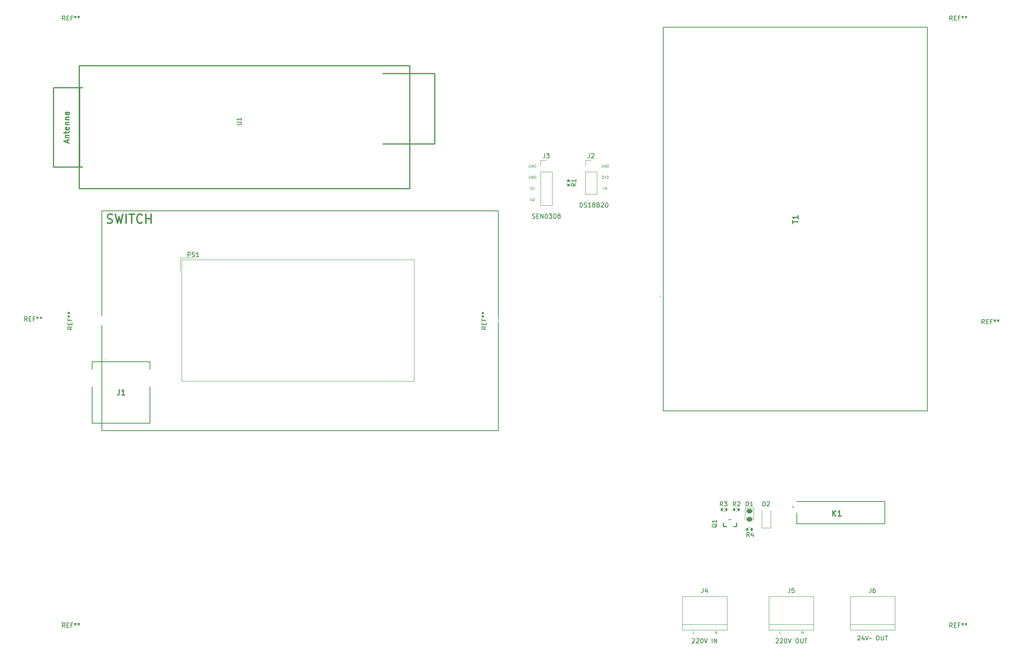
<source format=gbr>
%TF.GenerationSoftware,KiCad,Pcbnew,(6.0.0-0)*%
%TF.CreationDate,2022-12-02T08:06:54+01:00*%
%TF.ProjectId,prototype-2,70726f74-6f74-4797-9065-2d322e6b6963,rev?*%
%TF.SameCoordinates,Original*%
%TF.FileFunction,Legend,Top*%
%TF.FilePolarity,Positive*%
%FSLAX46Y46*%
G04 Gerber Fmt 4.6, Leading zero omitted, Abs format (unit mm)*
G04 Created by KiCad (PCBNEW (6.0.0-0)) date 2022-12-02 08:06:54*
%MOMM*%
%LPD*%
G01*
G04 APERTURE LIST*
G04 Aperture macros list*
%AMRoundRect*
0 Rectangle with rounded corners*
0 $1 Rounding radius*
0 $2 $3 $4 $5 $6 $7 $8 $9 X,Y pos of 4 corners*
0 Add a 4 corners polygon primitive as box body*
4,1,4,$2,$3,$4,$5,$6,$7,$8,$9,$2,$3,0*
0 Add four circle primitives for the rounded corners*
1,1,$1+$1,$2,$3*
1,1,$1+$1,$4,$5*
1,1,$1+$1,$6,$7*
1,1,$1+$1,$8,$9*
0 Add four rect primitives between the rounded corners*
20,1,$1+$1,$2,$3,$4,$5,0*
20,1,$1+$1,$4,$5,$6,$7,0*
20,1,$1+$1,$6,$7,$8,$9,0*
20,1,$1+$1,$8,$9,$2,$3,0*%
G04 Aperture macros list end*
%ADD10C,0.150000*%
%ADD11C,0.125000*%
%ADD12C,0.300000*%
%ADD13C,0.254000*%
%ADD14C,0.120000*%
%ADD15C,0.200000*%
%ADD16C,0.100000*%
%ADD17C,0.254001*%
%ADD18C,0.059995*%
%ADD19R,3.000000X3.000000*%
%ADD20C,3.000000*%
%ADD21R,2.400000X2.400000*%
%ADD22C,2.400000*%
%ADD23C,0.900000*%
%ADD24C,8.600000*%
%ADD25RoundRect,0.135000X-0.135000X-0.185000X0.135000X-0.185000X0.135000X0.185000X-0.135000X0.185000X0*%
%ADD26R,1.778000X1.778000*%
%ADD27C,1.778000*%
%ADD28R,1.700000X1.700000*%
%ADD29O,1.700000X1.700000*%
%ADD30R,1.431000X1.431000*%
%ADD31C,1.431000*%
%ADD32C,3.450000*%
%ADD33R,0.700000X1.250013*%
%ADD34C,6.600000*%
%ADD35C,4.300000*%
%ADD36RoundRect,0.135000X-0.185000X0.135000X-0.185000X-0.135000X0.185000X-0.135000X0.185000X0.135000X0*%
%ADD37RoundRect,0.243750X-0.456250X0.243750X-0.456250X-0.243750X0.456250X-0.243750X0.456250X0.243750X0*%
%ADD38RoundRect,0.135000X0.135000X0.185000X-0.135000X0.185000X-0.135000X-0.185000X0.135000X-0.185000X0*%
%ADD39R,1.200000X0.900000*%
%ADD40C,1.650000*%
G04 APERTURE END LIST*
D10*
X51520000Y-109690000D02*
X141520000Y-109690000D01*
X141520000Y-109690000D02*
X141520000Y-59690000D01*
X141520000Y-59690000D02*
X51520000Y-59690000D01*
X51520000Y-59690000D02*
X51520000Y-109690000D01*
D11*
X210385491Y-155836428D02*
X210385491Y-155236428D01*
X210728348Y-155836428D01*
X210728348Y-155236428D01*
D10*
X204540729Y-157017619D02*
X204588348Y-156970000D01*
X204683586Y-156922380D01*
X204921681Y-156922380D01*
X205016920Y-156970000D01*
X205064539Y-157017619D01*
X205112158Y-157112857D01*
X205112158Y-157208095D01*
X205064539Y-157350952D01*
X204493110Y-157922380D01*
X205112158Y-157922380D01*
X205493110Y-157017619D02*
X205540729Y-156970000D01*
X205635967Y-156922380D01*
X205874062Y-156922380D01*
X205969300Y-156970000D01*
X206016920Y-157017619D01*
X206064539Y-157112857D01*
X206064539Y-157208095D01*
X206016920Y-157350952D01*
X205445491Y-157922380D01*
X206064539Y-157922380D01*
X206683586Y-156922380D02*
X206778824Y-156922380D01*
X206874062Y-156970000D01*
X206921681Y-157017619D01*
X206969300Y-157112857D01*
X207016920Y-157303333D01*
X207016920Y-157541428D01*
X206969300Y-157731904D01*
X206921681Y-157827142D01*
X206874062Y-157874761D01*
X206778824Y-157922380D01*
X206683586Y-157922380D01*
X206588348Y-157874761D01*
X206540729Y-157827142D01*
X206493110Y-157731904D01*
X206445491Y-157541428D01*
X206445491Y-157303333D01*
X206493110Y-157112857D01*
X206540729Y-157017619D01*
X206588348Y-156970000D01*
X206683586Y-156922380D01*
X207302634Y-156922380D02*
X207635967Y-157922380D01*
X207969300Y-156922380D01*
X209255015Y-156922380D02*
X209445491Y-156922380D01*
X209540729Y-156970000D01*
X209635967Y-157065238D01*
X209683586Y-157255714D01*
X209683586Y-157589047D01*
X209635967Y-157779523D01*
X209540729Y-157874761D01*
X209445491Y-157922380D01*
X209255015Y-157922380D01*
X209159777Y-157874761D01*
X209064539Y-157779523D01*
X209016920Y-157589047D01*
X209016920Y-157255714D01*
X209064539Y-157065238D01*
X209159777Y-156970000D01*
X209255015Y-156922380D01*
X210112158Y-156922380D02*
X210112158Y-157731904D01*
X210159777Y-157827142D01*
X210207396Y-157874761D01*
X210302634Y-157922380D01*
X210493110Y-157922380D01*
X210588348Y-157874761D01*
X210635967Y-157827142D01*
X210683586Y-157731904D01*
X210683586Y-156922380D01*
X211016920Y-156922380D02*
X211588348Y-156922380D01*
X211302634Y-157922380D02*
X211302634Y-156922380D01*
X223074777Y-156382619D02*
X223122396Y-156335000D01*
X223217634Y-156287380D01*
X223455729Y-156287380D01*
X223550967Y-156335000D01*
X223598586Y-156382619D01*
X223646205Y-156477857D01*
X223646205Y-156573095D01*
X223598586Y-156715952D01*
X223027158Y-157287380D01*
X223646205Y-157287380D01*
X224503348Y-156620714D02*
X224503348Y-157287380D01*
X224265253Y-156239761D02*
X224027158Y-156954047D01*
X224646205Y-156954047D01*
X224884300Y-156287380D02*
X225217634Y-157287380D01*
X225550967Y-156287380D01*
X225741443Y-156906428D02*
X225789062Y-156858809D01*
X225884300Y-156811190D01*
X226074777Y-156906428D01*
X226170015Y-156858809D01*
X226217634Y-156811190D01*
X227550967Y-156287380D02*
X227741443Y-156287380D01*
X227836681Y-156335000D01*
X227931920Y-156430238D01*
X227979539Y-156620714D01*
X227979539Y-156954047D01*
X227931920Y-157144523D01*
X227836681Y-157239761D01*
X227741443Y-157287380D01*
X227550967Y-157287380D01*
X227455729Y-157239761D01*
X227360491Y-157144523D01*
X227312872Y-156954047D01*
X227312872Y-156620714D01*
X227360491Y-156430238D01*
X227455729Y-156335000D01*
X227550967Y-156287380D01*
X228408110Y-156287380D02*
X228408110Y-157096904D01*
X228455729Y-157192142D01*
X228503348Y-157239761D01*
X228598586Y-157287380D01*
X228789062Y-157287380D01*
X228884300Y-157239761D01*
X228931920Y-157192142D01*
X228979539Y-157096904D01*
X228979539Y-156287380D01*
X229312872Y-156287380D02*
X229884300Y-156287380D01*
X229598586Y-157287380D02*
X229598586Y-156287380D01*
D11*
X149110714Y-54311428D02*
X148825000Y-54311428D01*
X148796428Y-54597142D01*
X148825000Y-54568571D01*
X148882142Y-54540000D01*
X149025000Y-54540000D01*
X149082142Y-54568571D01*
X149110714Y-54597142D01*
X149139285Y-54654285D01*
X149139285Y-54797142D01*
X149110714Y-54854285D01*
X149082142Y-54882857D01*
X149025000Y-54911428D01*
X148882142Y-54911428D01*
X148825000Y-54882857D01*
X148796428Y-54854285D01*
X149310714Y-54311428D02*
X149510714Y-54911428D01*
X149710714Y-54311428D01*
X165277857Y-49230000D02*
X165220714Y-49201428D01*
X165135000Y-49201428D01*
X165049285Y-49230000D01*
X164992142Y-49287142D01*
X164963571Y-49344285D01*
X164935000Y-49458571D01*
X164935000Y-49544285D01*
X164963571Y-49658571D01*
X164992142Y-49715714D01*
X165049285Y-49772857D01*
X165135000Y-49801428D01*
X165192142Y-49801428D01*
X165277857Y-49772857D01*
X165306428Y-49744285D01*
X165306428Y-49544285D01*
X165192142Y-49544285D01*
X165563571Y-49801428D02*
X165563571Y-49201428D01*
X165906428Y-49801428D01*
X165906428Y-49201428D01*
X166192142Y-49801428D02*
X166192142Y-49201428D01*
X166335000Y-49201428D01*
X166420714Y-49230000D01*
X166477857Y-49287142D01*
X166506428Y-49344285D01*
X166535000Y-49458571D01*
X166535000Y-49544285D01*
X166506428Y-49658571D01*
X166477857Y-49715714D01*
X166420714Y-49772857D01*
X166335000Y-49801428D01*
X166192142Y-49801428D01*
D12*
X52785000Y-62404523D02*
X53070714Y-62499761D01*
X53546904Y-62499761D01*
X53737380Y-62404523D01*
X53832619Y-62309285D01*
X53927857Y-62118809D01*
X53927857Y-61928333D01*
X53832619Y-61737857D01*
X53737380Y-61642619D01*
X53546904Y-61547380D01*
X53165952Y-61452142D01*
X52975476Y-61356904D01*
X52880238Y-61261666D01*
X52785000Y-61071190D01*
X52785000Y-60880714D01*
X52880238Y-60690238D01*
X52975476Y-60595000D01*
X53165952Y-60499761D01*
X53642142Y-60499761D01*
X53927857Y-60595000D01*
X54594523Y-60499761D02*
X55070714Y-62499761D01*
X55451666Y-61071190D01*
X55832619Y-62499761D01*
X56308809Y-60499761D01*
X57070714Y-62499761D02*
X57070714Y-60499761D01*
X57737380Y-60499761D02*
X58880238Y-60499761D01*
X58308809Y-62499761D02*
X58308809Y-60499761D01*
X60689761Y-62309285D02*
X60594523Y-62404523D01*
X60308809Y-62499761D01*
X60118333Y-62499761D01*
X59832619Y-62404523D01*
X59642142Y-62214047D01*
X59546904Y-62023571D01*
X59451666Y-61642619D01*
X59451666Y-61356904D01*
X59546904Y-60975952D01*
X59642142Y-60785476D01*
X59832619Y-60595000D01*
X60118333Y-60499761D01*
X60308809Y-60499761D01*
X60594523Y-60595000D01*
X60689761Y-60690238D01*
X61546904Y-62499761D02*
X61546904Y-60499761D01*
X61546904Y-61452142D02*
X62689761Y-61452142D01*
X62689761Y-62499761D02*
X62689761Y-60499761D01*
D11*
X148767857Y-49230000D02*
X148710714Y-49201428D01*
X148625000Y-49201428D01*
X148539285Y-49230000D01*
X148482142Y-49287142D01*
X148453571Y-49344285D01*
X148425000Y-49458571D01*
X148425000Y-49544285D01*
X148453571Y-49658571D01*
X148482142Y-49715714D01*
X148539285Y-49772857D01*
X148625000Y-49801428D01*
X148682142Y-49801428D01*
X148767857Y-49772857D01*
X148796428Y-49744285D01*
X148796428Y-49544285D01*
X148682142Y-49544285D01*
X149053571Y-49801428D02*
X149053571Y-49201428D01*
X149396428Y-49801428D01*
X149396428Y-49201428D01*
X149682142Y-49801428D02*
X149682142Y-49201428D01*
X149825000Y-49201428D01*
X149910714Y-49230000D01*
X149967857Y-49287142D01*
X149996428Y-49344285D01*
X150025000Y-49458571D01*
X150025000Y-49544285D01*
X149996428Y-49658571D01*
X149967857Y-49715714D01*
X149910714Y-49772857D01*
X149825000Y-49801428D01*
X149682142Y-49801428D01*
X164992142Y-51741428D02*
X165363571Y-51741428D01*
X165163571Y-51970000D01*
X165249285Y-51970000D01*
X165306428Y-51998571D01*
X165335000Y-52027142D01*
X165363571Y-52084285D01*
X165363571Y-52227142D01*
X165335000Y-52284285D01*
X165306428Y-52312857D01*
X165249285Y-52341428D01*
X165077857Y-52341428D01*
X165020714Y-52312857D01*
X164992142Y-52284285D01*
X165535000Y-51741428D02*
X165735000Y-52341428D01*
X165935000Y-51741428D01*
X166077857Y-51741428D02*
X166449285Y-51741428D01*
X166249285Y-51970000D01*
X166335000Y-51970000D01*
X166392142Y-51998571D01*
X166420714Y-52027142D01*
X166449285Y-52084285D01*
X166449285Y-52227142D01*
X166420714Y-52284285D01*
X166392142Y-52312857D01*
X166335000Y-52341428D01*
X166163571Y-52341428D01*
X166106428Y-52312857D01*
X166077857Y-52284285D01*
X148796428Y-57250000D02*
X149082142Y-57250000D01*
X148739285Y-57421428D02*
X148939285Y-56821428D01*
X149139285Y-57421428D01*
X149453571Y-56821428D02*
X149510714Y-56821428D01*
X149567857Y-56850000D01*
X149596428Y-56878571D01*
X149625000Y-56935714D01*
X149653571Y-57050000D01*
X149653571Y-57192857D01*
X149625000Y-57307142D01*
X149596428Y-57364285D01*
X149567857Y-57392857D01*
X149510714Y-57421428D01*
X149453571Y-57421428D01*
X149396428Y-57392857D01*
X149367857Y-57364285D01*
X149339285Y-57307142D01*
X149310714Y-57192857D01*
X149310714Y-57050000D01*
X149339285Y-56935714D01*
X149367857Y-56878571D01*
X149396428Y-56850000D01*
X149453571Y-56821428D01*
D10*
X149233333Y-61364761D02*
X149376190Y-61412380D01*
X149614285Y-61412380D01*
X149709523Y-61364761D01*
X149757142Y-61317142D01*
X149804761Y-61221904D01*
X149804761Y-61126666D01*
X149757142Y-61031428D01*
X149709523Y-60983809D01*
X149614285Y-60936190D01*
X149423809Y-60888571D01*
X149328571Y-60840952D01*
X149280952Y-60793333D01*
X149233333Y-60698095D01*
X149233333Y-60602857D01*
X149280952Y-60507619D01*
X149328571Y-60460000D01*
X149423809Y-60412380D01*
X149661904Y-60412380D01*
X149804761Y-60460000D01*
X150233333Y-60888571D02*
X150566666Y-60888571D01*
X150709523Y-61412380D02*
X150233333Y-61412380D01*
X150233333Y-60412380D01*
X150709523Y-60412380D01*
X151138095Y-61412380D02*
X151138095Y-60412380D01*
X151709523Y-61412380D01*
X151709523Y-60412380D01*
X152376190Y-60412380D02*
X152471428Y-60412380D01*
X152566666Y-60460000D01*
X152614285Y-60507619D01*
X152661904Y-60602857D01*
X152709523Y-60793333D01*
X152709523Y-61031428D01*
X152661904Y-61221904D01*
X152614285Y-61317142D01*
X152566666Y-61364761D01*
X152471428Y-61412380D01*
X152376190Y-61412380D01*
X152280952Y-61364761D01*
X152233333Y-61317142D01*
X152185714Y-61221904D01*
X152138095Y-61031428D01*
X152138095Y-60793333D01*
X152185714Y-60602857D01*
X152233333Y-60507619D01*
X152280952Y-60460000D01*
X152376190Y-60412380D01*
X153042857Y-60412380D02*
X153661904Y-60412380D01*
X153328571Y-60793333D01*
X153471428Y-60793333D01*
X153566666Y-60840952D01*
X153614285Y-60888571D01*
X153661904Y-60983809D01*
X153661904Y-61221904D01*
X153614285Y-61317142D01*
X153566666Y-61364761D01*
X153471428Y-61412380D01*
X153185714Y-61412380D01*
X153090476Y-61364761D01*
X153042857Y-61317142D01*
X154280952Y-60412380D02*
X154376190Y-60412380D01*
X154471428Y-60460000D01*
X154519047Y-60507619D01*
X154566666Y-60602857D01*
X154614285Y-60793333D01*
X154614285Y-61031428D01*
X154566666Y-61221904D01*
X154519047Y-61317142D01*
X154471428Y-61364761D01*
X154376190Y-61412380D01*
X154280952Y-61412380D01*
X154185714Y-61364761D01*
X154138095Y-61317142D01*
X154090476Y-61221904D01*
X154042857Y-61031428D01*
X154042857Y-60793333D01*
X154090476Y-60602857D01*
X154138095Y-60507619D01*
X154185714Y-60460000D01*
X154280952Y-60412380D01*
X155185714Y-60840952D02*
X155090476Y-60793333D01*
X155042857Y-60745714D01*
X154995238Y-60650476D01*
X154995238Y-60602857D01*
X155042857Y-60507619D01*
X155090476Y-60460000D01*
X155185714Y-60412380D01*
X155376190Y-60412380D01*
X155471428Y-60460000D01*
X155519047Y-60507619D01*
X155566666Y-60602857D01*
X155566666Y-60650476D01*
X155519047Y-60745714D01*
X155471428Y-60793333D01*
X155376190Y-60840952D01*
X155185714Y-60840952D01*
X155090476Y-60888571D01*
X155042857Y-60936190D01*
X154995238Y-61031428D01*
X154995238Y-61221904D01*
X155042857Y-61317142D01*
X155090476Y-61364761D01*
X155185714Y-61412380D01*
X155376190Y-61412380D01*
X155471428Y-61364761D01*
X155519047Y-61317142D01*
X155566666Y-61221904D01*
X155566666Y-61031428D01*
X155519047Y-60936190D01*
X155471428Y-60888571D01*
X155376190Y-60840952D01*
D11*
X205662634Y-155836428D02*
X205376920Y-155836428D01*
X205376920Y-155236428D01*
X190700491Y-155836428D02*
X190700491Y-155236428D01*
X191043348Y-155836428D01*
X191043348Y-155236428D01*
X185977634Y-155836428D02*
X185691920Y-155836428D01*
X185691920Y-155236428D01*
D10*
X160052142Y-58872380D02*
X160052142Y-57872380D01*
X160290238Y-57872380D01*
X160433095Y-57920000D01*
X160528333Y-58015238D01*
X160575952Y-58110476D01*
X160623571Y-58300952D01*
X160623571Y-58443809D01*
X160575952Y-58634285D01*
X160528333Y-58729523D01*
X160433095Y-58824761D01*
X160290238Y-58872380D01*
X160052142Y-58872380D01*
X161004523Y-58824761D02*
X161147380Y-58872380D01*
X161385476Y-58872380D01*
X161480714Y-58824761D01*
X161528333Y-58777142D01*
X161575952Y-58681904D01*
X161575952Y-58586666D01*
X161528333Y-58491428D01*
X161480714Y-58443809D01*
X161385476Y-58396190D01*
X161195000Y-58348571D01*
X161099761Y-58300952D01*
X161052142Y-58253333D01*
X161004523Y-58158095D01*
X161004523Y-58062857D01*
X161052142Y-57967619D01*
X161099761Y-57920000D01*
X161195000Y-57872380D01*
X161433095Y-57872380D01*
X161575952Y-57920000D01*
X162528333Y-58872380D02*
X161956904Y-58872380D01*
X162242619Y-58872380D02*
X162242619Y-57872380D01*
X162147380Y-58015238D01*
X162052142Y-58110476D01*
X161956904Y-58158095D01*
X163099761Y-58300952D02*
X163004523Y-58253333D01*
X162956904Y-58205714D01*
X162909285Y-58110476D01*
X162909285Y-58062857D01*
X162956904Y-57967619D01*
X163004523Y-57920000D01*
X163099761Y-57872380D01*
X163290238Y-57872380D01*
X163385476Y-57920000D01*
X163433095Y-57967619D01*
X163480714Y-58062857D01*
X163480714Y-58110476D01*
X163433095Y-58205714D01*
X163385476Y-58253333D01*
X163290238Y-58300952D01*
X163099761Y-58300952D01*
X163004523Y-58348571D01*
X162956904Y-58396190D01*
X162909285Y-58491428D01*
X162909285Y-58681904D01*
X162956904Y-58777142D01*
X163004523Y-58824761D01*
X163099761Y-58872380D01*
X163290238Y-58872380D01*
X163385476Y-58824761D01*
X163433095Y-58777142D01*
X163480714Y-58681904D01*
X163480714Y-58491428D01*
X163433095Y-58396190D01*
X163385476Y-58348571D01*
X163290238Y-58300952D01*
X164242619Y-58348571D02*
X164385476Y-58396190D01*
X164433095Y-58443809D01*
X164480714Y-58539047D01*
X164480714Y-58681904D01*
X164433095Y-58777142D01*
X164385476Y-58824761D01*
X164290238Y-58872380D01*
X163909285Y-58872380D01*
X163909285Y-57872380D01*
X164242619Y-57872380D01*
X164337857Y-57920000D01*
X164385476Y-57967619D01*
X164433095Y-58062857D01*
X164433095Y-58158095D01*
X164385476Y-58253333D01*
X164337857Y-58300952D01*
X164242619Y-58348571D01*
X163909285Y-58348571D01*
X164861666Y-57967619D02*
X164909285Y-57920000D01*
X165004523Y-57872380D01*
X165242619Y-57872380D01*
X165337857Y-57920000D01*
X165385476Y-57967619D01*
X165433095Y-58062857D01*
X165433095Y-58158095D01*
X165385476Y-58300952D01*
X164814047Y-58872380D01*
X165433095Y-58872380D01*
X166052142Y-57872380D02*
X166147380Y-57872380D01*
X166242619Y-57920000D01*
X166290238Y-57967619D01*
X166337857Y-58062857D01*
X166385476Y-58253333D01*
X166385476Y-58491428D01*
X166337857Y-58681904D01*
X166290238Y-58777142D01*
X166242619Y-58824761D01*
X166147380Y-58872380D01*
X166052142Y-58872380D01*
X165956904Y-58824761D01*
X165909285Y-58777142D01*
X165861666Y-58681904D01*
X165814047Y-58491428D01*
X165814047Y-58253333D01*
X165861666Y-58062857D01*
X165909285Y-57967619D01*
X165956904Y-57920000D01*
X166052142Y-57872380D01*
D11*
X148767857Y-51770000D02*
X148710714Y-51741428D01*
X148625000Y-51741428D01*
X148539285Y-51770000D01*
X148482142Y-51827142D01*
X148453571Y-51884285D01*
X148425000Y-51998571D01*
X148425000Y-52084285D01*
X148453571Y-52198571D01*
X148482142Y-52255714D01*
X148539285Y-52312857D01*
X148625000Y-52341428D01*
X148682142Y-52341428D01*
X148767857Y-52312857D01*
X148796428Y-52284285D01*
X148796428Y-52084285D01*
X148682142Y-52084285D01*
X149053571Y-52341428D02*
X149053571Y-51741428D01*
X149396428Y-52341428D01*
X149396428Y-51741428D01*
X149682142Y-52341428D02*
X149682142Y-51741428D01*
X149825000Y-51741428D01*
X149910714Y-51770000D01*
X149967857Y-51827142D01*
X149996428Y-51884285D01*
X150025000Y-51998571D01*
X150025000Y-52084285D01*
X149996428Y-52198571D01*
X149967857Y-52255714D01*
X149910714Y-52312857D01*
X149825000Y-52341428D01*
X149682142Y-52341428D01*
D10*
X185522396Y-157017619D02*
X185570015Y-156970000D01*
X185665253Y-156922380D01*
X185903348Y-156922380D01*
X185998586Y-156970000D01*
X186046205Y-157017619D01*
X186093824Y-157112857D01*
X186093824Y-157208095D01*
X186046205Y-157350952D01*
X185474777Y-157922380D01*
X186093824Y-157922380D01*
X186474777Y-157017619D02*
X186522396Y-156970000D01*
X186617634Y-156922380D01*
X186855729Y-156922380D01*
X186950967Y-156970000D01*
X186998586Y-157017619D01*
X187046205Y-157112857D01*
X187046205Y-157208095D01*
X186998586Y-157350952D01*
X186427158Y-157922380D01*
X187046205Y-157922380D01*
X187665253Y-156922380D02*
X187760491Y-156922380D01*
X187855729Y-156970000D01*
X187903348Y-157017619D01*
X187950967Y-157112857D01*
X187998586Y-157303333D01*
X187998586Y-157541428D01*
X187950967Y-157731904D01*
X187903348Y-157827142D01*
X187855729Y-157874761D01*
X187760491Y-157922380D01*
X187665253Y-157922380D01*
X187570015Y-157874761D01*
X187522396Y-157827142D01*
X187474777Y-157731904D01*
X187427158Y-157541428D01*
X187427158Y-157303333D01*
X187474777Y-157112857D01*
X187522396Y-157017619D01*
X187570015Y-156970000D01*
X187665253Y-156922380D01*
X188284300Y-156922380D02*
X188617634Y-157922380D01*
X188950967Y-156922380D01*
X190046205Y-157922380D02*
X190046205Y-156922380D01*
X190522396Y-157922380D02*
X190522396Y-156922380D01*
X191093824Y-157922380D01*
X191093824Y-156922380D01*
D11*
X165420714Y-54881428D02*
X165420714Y-54281428D01*
X165706428Y-54881428D02*
X165706428Y-54281428D01*
X166049285Y-54881428D01*
X166049285Y-54281428D01*
D10*
%TO.C,J4*%
X187998586Y-145492380D02*
X187998586Y-146206666D01*
X187950967Y-146349523D01*
X187855729Y-146444761D01*
X187712872Y-146492380D01*
X187617634Y-146492380D01*
X188903348Y-145825714D02*
X188903348Y-146492380D01*
X188665253Y-145444761D02*
X188427158Y-146159047D01*
X189046205Y-146159047D01*
%TO.C,PS1*%
X71063214Y-70149880D02*
X71063214Y-69149880D01*
X71444166Y-69149880D01*
X71539404Y-69197500D01*
X71587023Y-69245119D01*
X71634642Y-69340357D01*
X71634642Y-69483214D01*
X71587023Y-69578452D01*
X71539404Y-69626071D01*
X71444166Y-69673690D01*
X71063214Y-69673690D01*
X72015595Y-70102261D02*
X72158452Y-70149880D01*
X72396547Y-70149880D01*
X72491785Y-70102261D01*
X72539404Y-70054642D01*
X72587023Y-69959404D01*
X72587023Y-69864166D01*
X72539404Y-69768928D01*
X72491785Y-69721309D01*
X72396547Y-69673690D01*
X72206071Y-69626071D01*
X72110833Y-69578452D01*
X72063214Y-69530833D01*
X72015595Y-69435595D01*
X72015595Y-69340357D01*
X72063214Y-69245119D01*
X72110833Y-69197500D01*
X72206071Y-69149880D01*
X72444166Y-69149880D01*
X72587023Y-69197500D01*
X73539404Y-70149880D02*
X72967976Y-70149880D01*
X73253690Y-70149880D02*
X73253690Y-69149880D01*
X73158452Y-69292738D01*
X73063214Y-69387976D01*
X72967976Y-69435595D01*
%TO.C,REF\u002A\u002A*%
X244566666Y-154392380D02*
X244233333Y-153916190D01*
X243995238Y-154392380D02*
X243995238Y-153392380D01*
X244376190Y-153392380D01*
X244471428Y-153440000D01*
X244519047Y-153487619D01*
X244566666Y-153582857D01*
X244566666Y-153725714D01*
X244519047Y-153820952D01*
X244471428Y-153868571D01*
X244376190Y-153916190D01*
X243995238Y-153916190D01*
X244995238Y-153868571D02*
X245328571Y-153868571D01*
X245471428Y-154392380D02*
X244995238Y-154392380D01*
X244995238Y-153392380D01*
X245471428Y-153392380D01*
X246233333Y-153868571D02*
X245900000Y-153868571D01*
X245900000Y-154392380D02*
X245900000Y-153392380D01*
X246376190Y-153392380D01*
X246900000Y-153392380D02*
X246900000Y-153630476D01*
X246661904Y-153535238D02*
X246900000Y-153630476D01*
X247138095Y-153535238D01*
X246757142Y-153820952D02*
X246900000Y-153630476D01*
X247042857Y-153820952D01*
X247661904Y-153392380D02*
X247661904Y-153630476D01*
X247423809Y-153535238D02*
X247661904Y-153630476D01*
X247900000Y-153535238D01*
X247519047Y-153820952D02*
X247661904Y-153630476D01*
X247804761Y-153820952D01*
%TO.C,R4*%
X198478894Y-133792380D02*
X198145561Y-133316190D01*
X197907465Y-133792380D02*
X197907465Y-132792380D01*
X198288418Y-132792380D01*
X198383656Y-132840000D01*
X198431275Y-132887619D01*
X198478894Y-132982857D01*
X198478894Y-133125714D01*
X198431275Y-133220952D01*
X198383656Y-133268571D01*
X198288418Y-133316190D01*
X197907465Y-133316190D01*
X199336037Y-133125714D02*
X199336037Y-133792380D01*
X199097941Y-132744761D02*
X198859846Y-133459047D01*
X199478894Y-133459047D01*
%TO.C,R2*%
X195415253Y-126807380D02*
X195081920Y-126331190D01*
X194843824Y-126807380D02*
X194843824Y-125807380D01*
X195224777Y-125807380D01*
X195320015Y-125855000D01*
X195367634Y-125902619D01*
X195415253Y-125997857D01*
X195415253Y-126140714D01*
X195367634Y-126235952D01*
X195320015Y-126283571D01*
X195224777Y-126331190D01*
X194843824Y-126331190D01*
X195796205Y-125902619D02*
X195843824Y-125855000D01*
X195939062Y-125807380D01*
X196177158Y-125807380D01*
X196272396Y-125855000D01*
X196320015Y-125902619D01*
X196367634Y-125997857D01*
X196367634Y-126093095D01*
X196320015Y-126235952D01*
X195748586Y-126807380D01*
X196367634Y-126807380D01*
%TO.C,J5*%
X207683586Y-145492380D02*
X207683586Y-146206666D01*
X207635967Y-146349523D01*
X207540729Y-146444761D01*
X207397872Y-146492380D01*
X207302634Y-146492380D01*
X208635967Y-145492380D02*
X208159777Y-145492380D01*
X208112158Y-145968571D01*
X208159777Y-145920952D01*
X208255015Y-145873333D01*
X208493110Y-145873333D01*
X208588348Y-145920952D01*
X208635967Y-145968571D01*
X208683586Y-146063809D01*
X208683586Y-146301904D01*
X208635967Y-146397142D01*
X208588348Y-146444761D01*
X208493110Y-146492380D01*
X208255015Y-146492380D01*
X208159777Y-146444761D01*
X208112158Y-146397142D01*
%TO.C,U1*%
X82207380Y-40131904D02*
X83016904Y-40131904D01*
X83112142Y-40084285D01*
X83159761Y-40036666D01*
X83207380Y-39941428D01*
X83207380Y-39750952D01*
X83159761Y-39655714D01*
X83112142Y-39608095D01*
X83016904Y-39560476D01*
X82207380Y-39560476D01*
X83207380Y-38560476D02*
X83207380Y-39131904D01*
X83207380Y-38846190D02*
X82207380Y-38846190D01*
X82350238Y-38941428D01*
X82445476Y-39036666D01*
X82493095Y-39131904D01*
D13*
X43701666Y-44187619D02*
X43701666Y-43582857D01*
X44064523Y-44308571D02*
X42794523Y-43885238D01*
X44064523Y-43461904D01*
X43217857Y-43038571D02*
X44064523Y-43038571D01*
X43338809Y-43038571D02*
X43278333Y-42978095D01*
X43217857Y-42857142D01*
X43217857Y-42675714D01*
X43278333Y-42554761D01*
X43399285Y-42494285D01*
X44064523Y-42494285D01*
X43217857Y-42070952D02*
X43217857Y-41587142D01*
X42794523Y-41889523D02*
X43883095Y-41889523D01*
X44004047Y-41829047D01*
X44064523Y-41708095D01*
X44064523Y-41587142D01*
X44004047Y-40680000D02*
X44064523Y-40800952D01*
X44064523Y-41042857D01*
X44004047Y-41163809D01*
X43883095Y-41224285D01*
X43399285Y-41224285D01*
X43278333Y-41163809D01*
X43217857Y-41042857D01*
X43217857Y-40800952D01*
X43278333Y-40680000D01*
X43399285Y-40619523D01*
X43520238Y-40619523D01*
X43641190Y-41224285D01*
X43217857Y-40075238D02*
X44064523Y-40075238D01*
X43338809Y-40075238D02*
X43278333Y-40014761D01*
X43217857Y-39893809D01*
X43217857Y-39712380D01*
X43278333Y-39591428D01*
X43399285Y-39530952D01*
X44064523Y-39530952D01*
X43217857Y-38926190D02*
X44064523Y-38926190D01*
X43338809Y-38926190D02*
X43278333Y-38865714D01*
X43217857Y-38744761D01*
X43217857Y-38563333D01*
X43278333Y-38442380D01*
X43399285Y-38381904D01*
X44064523Y-38381904D01*
X44064523Y-37232857D02*
X43399285Y-37232857D01*
X43278333Y-37293333D01*
X43217857Y-37414285D01*
X43217857Y-37656190D01*
X43278333Y-37777142D01*
X44004047Y-37232857D02*
X44064523Y-37353809D01*
X44064523Y-37656190D01*
X44004047Y-37777142D01*
X43883095Y-37837619D01*
X43762142Y-37837619D01*
X43641190Y-37777142D01*
X43580714Y-37656190D01*
X43580714Y-37353809D01*
X43520238Y-37232857D01*
D10*
%TO.C,REF\u002A\u002A*%
X43166666Y-154392380D02*
X42833333Y-153916190D01*
X42595238Y-154392380D02*
X42595238Y-153392380D01*
X42976190Y-153392380D01*
X43071428Y-153440000D01*
X43119047Y-153487619D01*
X43166666Y-153582857D01*
X43166666Y-153725714D01*
X43119047Y-153820952D01*
X43071428Y-153868571D01*
X42976190Y-153916190D01*
X42595238Y-153916190D01*
X43595238Y-153868571D02*
X43928571Y-153868571D01*
X44071428Y-154392380D02*
X43595238Y-154392380D01*
X43595238Y-153392380D01*
X44071428Y-153392380D01*
X44833333Y-153868571D02*
X44500000Y-153868571D01*
X44500000Y-154392380D02*
X44500000Y-153392380D01*
X44976190Y-153392380D01*
X45500000Y-153392380D02*
X45500000Y-153630476D01*
X45261904Y-153535238D02*
X45500000Y-153630476D01*
X45738095Y-153535238D01*
X45357142Y-153820952D02*
X45500000Y-153630476D01*
X45642857Y-153820952D01*
X46261904Y-153392380D02*
X46261904Y-153630476D01*
X46023809Y-153535238D02*
X46261904Y-153630476D01*
X46500000Y-153535238D01*
X46119047Y-153820952D02*
X46261904Y-153630476D01*
X46404761Y-153820952D01*
%TO.C,J3*%
X152066666Y-46652380D02*
X152066666Y-47366666D01*
X152019047Y-47509523D01*
X151923809Y-47604761D01*
X151780952Y-47652380D01*
X151685714Y-47652380D01*
X152447619Y-46652380D02*
X153066666Y-46652380D01*
X152733333Y-47033333D01*
X152876190Y-47033333D01*
X152971428Y-47080952D01*
X153019047Y-47128571D01*
X153066666Y-47223809D01*
X153066666Y-47461904D01*
X153019047Y-47557142D01*
X152971428Y-47604761D01*
X152876190Y-47652380D01*
X152590476Y-47652380D01*
X152495238Y-47604761D01*
X152447619Y-47557142D01*
D13*
%TO.C,J1*%
X55456666Y-100269523D02*
X55456666Y-101176666D01*
X55396190Y-101358095D01*
X55275238Y-101479047D01*
X55093809Y-101539523D01*
X54972857Y-101539523D01*
X56726666Y-101539523D02*
X56000952Y-101539523D01*
X56363809Y-101539523D02*
X56363809Y-100269523D01*
X56242857Y-100450952D01*
X56121904Y-100571904D01*
X56000952Y-100632380D01*
D10*
%TO.C,REF\u002A\u002A*%
X43166666Y-16392380D02*
X42833333Y-15916190D01*
X42595238Y-16392380D02*
X42595238Y-15392380D01*
X42976190Y-15392380D01*
X43071428Y-15440000D01*
X43119047Y-15487619D01*
X43166666Y-15582857D01*
X43166666Y-15725714D01*
X43119047Y-15820952D01*
X43071428Y-15868571D01*
X42976190Y-15916190D01*
X42595238Y-15916190D01*
X43595238Y-15868571D02*
X43928571Y-15868571D01*
X44071428Y-16392380D02*
X43595238Y-16392380D01*
X43595238Y-15392380D01*
X44071428Y-15392380D01*
X44833333Y-15868571D02*
X44500000Y-15868571D01*
X44500000Y-16392380D02*
X44500000Y-15392380D01*
X44976190Y-15392380D01*
X45500000Y-15392380D02*
X45500000Y-15630476D01*
X45261904Y-15535238D02*
X45500000Y-15630476D01*
X45738095Y-15535238D01*
X45357142Y-15820952D02*
X45500000Y-15630476D01*
X45642857Y-15820952D01*
X46261904Y-15392380D02*
X46261904Y-15630476D01*
X46023809Y-15535238D02*
X46261904Y-15630476D01*
X46500000Y-15535238D01*
X46119047Y-15820952D02*
X46261904Y-15630476D01*
X46404761Y-15820952D01*
%TO.C,J6*%
X226098586Y-145492380D02*
X226098586Y-146206666D01*
X226050967Y-146349523D01*
X225955729Y-146444761D01*
X225812872Y-146492380D01*
X225717634Y-146492380D01*
X227003348Y-145492380D02*
X226812872Y-145492380D01*
X226717634Y-145540000D01*
X226670015Y-145587619D01*
X226574777Y-145730476D01*
X226527158Y-145920952D01*
X226527158Y-146301904D01*
X226574777Y-146397142D01*
X226622396Y-146444761D01*
X226717634Y-146492380D01*
X226908110Y-146492380D01*
X227003348Y-146444761D01*
X227050967Y-146397142D01*
X227098586Y-146301904D01*
X227098586Y-146063809D01*
X227050967Y-145968571D01*
X227003348Y-145920952D01*
X226908110Y-145873333D01*
X226717634Y-145873333D01*
X226622396Y-145920952D01*
X226574777Y-145968571D01*
X226527158Y-146063809D01*
%TO.C,Q1*%
X191134544Y-130895238D02*
X191086925Y-130990476D01*
X190991686Y-131085714D01*
X190848829Y-131228571D01*
X190801210Y-131323809D01*
X190801210Y-131419047D01*
X191039305Y-131371428D02*
X190991686Y-131466666D01*
X190896448Y-131561904D01*
X190705972Y-131609523D01*
X190372639Y-131609523D01*
X190182163Y-131561904D01*
X190086925Y-131466666D01*
X190039305Y-131371428D01*
X190039305Y-131180952D01*
X190086925Y-131085714D01*
X190182163Y-130990476D01*
X190372639Y-130942857D01*
X190705972Y-130942857D01*
X190896448Y-130990476D01*
X190991686Y-131085714D01*
X191039305Y-131180952D01*
X191039305Y-131371428D01*
X191039305Y-129990476D02*
X191039305Y-130561904D01*
X191039305Y-130276190D02*
X190039305Y-130276190D01*
X190182163Y-130371428D01*
X190277401Y-130466666D01*
X190325020Y-130561904D01*
%TO.C,J2*%
X162226666Y-46652380D02*
X162226666Y-47366666D01*
X162179047Y-47509523D01*
X162083809Y-47604761D01*
X161940952Y-47652380D01*
X161845714Y-47652380D01*
X162655238Y-46747619D02*
X162702857Y-46700000D01*
X162798095Y-46652380D01*
X163036190Y-46652380D01*
X163131428Y-46700000D01*
X163179047Y-46747619D01*
X163226666Y-46842857D01*
X163226666Y-46938095D01*
X163179047Y-47080952D01*
X162607619Y-47652380D01*
X163226666Y-47652380D01*
D13*
%TO.C,T1*%
X208219523Y-62562619D02*
X208219523Y-61836904D01*
X209489523Y-62199761D02*
X208219523Y-62199761D01*
X209489523Y-60748333D02*
X209489523Y-61474047D01*
X209489523Y-61111190D02*
X208219523Y-61111190D01*
X208400952Y-61232142D01*
X208521904Y-61353095D01*
X208582380Y-61474047D01*
D10*
%TO.C,REF\u002A\u002A*%
X34596666Y-84757380D02*
X34263333Y-84281190D01*
X34025238Y-84757380D02*
X34025238Y-83757380D01*
X34406190Y-83757380D01*
X34501428Y-83805000D01*
X34549047Y-83852619D01*
X34596666Y-83947857D01*
X34596666Y-84090714D01*
X34549047Y-84185952D01*
X34501428Y-84233571D01*
X34406190Y-84281190D01*
X34025238Y-84281190D01*
X35025238Y-84233571D02*
X35358571Y-84233571D01*
X35501428Y-84757380D02*
X35025238Y-84757380D01*
X35025238Y-83757380D01*
X35501428Y-83757380D01*
X36263333Y-84233571D02*
X35930000Y-84233571D01*
X35930000Y-84757380D02*
X35930000Y-83757380D01*
X36406190Y-83757380D01*
X36930000Y-83757380D02*
X36930000Y-83995476D01*
X36691904Y-83900238D02*
X36930000Y-83995476D01*
X37168095Y-83900238D01*
X36787142Y-84185952D02*
X36930000Y-83995476D01*
X37072857Y-84185952D01*
X37691904Y-83757380D02*
X37691904Y-83995476D01*
X37453809Y-83900238D02*
X37691904Y-83995476D01*
X37930000Y-83900238D01*
X37549047Y-84185952D02*
X37691904Y-83995476D01*
X37834761Y-84185952D01*
X251866666Y-85392380D02*
X251533333Y-84916190D01*
X251295238Y-85392380D02*
X251295238Y-84392380D01*
X251676190Y-84392380D01*
X251771428Y-84440000D01*
X251819047Y-84487619D01*
X251866666Y-84582857D01*
X251866666Y-84725714D01*
X251819047Y-84820952D01*
X251771428Y-84868571D01*
X251676190Y-84916190D01*
X251295238Y-84916190D01*
X252295238Y-84868571D02*
X252628571Y-84868571D01*
X252771428Y-85392380D02*
X252295238Y-85392380D01*
X252295238Y-84392380D01*
X252771428Y-84392380D01*
X253533333Y-84868571D02*
X253200000Y-84868571D01*
X253200000Y-85392380D02*
X253200000Y-84392380D01*
X253676190Y-84392380D01*
X254200000Y-84392380D02*
X254200000Y-84630476D01*
X253961904Y-84535238D02*
X254200000Y-84630476D01*
X254438095Y-84535238D01*
X254057142Y-84820952D02*
X254200000Y-84630476D01*
X254342857Y-84820952D01*
X254961904Y-84392380D02*
X254961904Y-84630476D01*
X254723809Y-84535238D02*
X254961904Y-84630476D01*
X255200000Y-84535238D01*
X254819047Y-84820952D02*
X254961904Y-84630476D01*
X255104761Y-84820952D01*
X138772380Y-86023333D02*
X138296190Y-86356666D01*
X138772380Y-86594761D02*
X137772380Y-86594761D01*
X137772380Y-86213809D01*
X137820000Y-86118571D01*
X137867619Y-86070952D01*
X137962857Y-86023333D01*
X138105714Y-86023333D01*
X138200952Y-86070952D01*
X138248571Y-86118571D01*
X138296190Y-86213809D01*
X138296190Y-86594761D01*
X138248571Y-85594761D02*
X138248571Y-85261428D01*
X138772380Y-85118571D02*
X138772380Y-85594761D01*
X137772380Y-85594761D01*
X137772380Y-85118571D01*
X138248571Y-84356666D02*
X138248571Y-84690000D01*
X138772380Y-84690000D02*
X137772380Y-84690000D01*
X137772380Y-84213809D01*
X137772380Y-83690000D02*
X138010476Y-83690000D01*
X137915238Y-83928095D02*
X138010476Y-83690000D01*
X137915238Y-83451904D01*
X138200952Y-83832857D02*
X138010476Y-83690000D01*
X138200952Y-83547142D01*
X137772380Y-82928095D02*
X138010476Y-82928095D01*
X137915238Y-83166190D02*
X138010476Y-82928095D01*
X137915238Y-82690000D01*
X138200952Y-83070952D02*
X138010476Y-82928095D01*
X138200952Y-82785238D01*
X44792380Y-86023333D02*
X44316190Y-86356666D01*
X44792380Y-86594761D02*
X43792380Y-86594761D01*
X43792380Y-86213809D01*
X43840000Y-86118571D01*
X43887619Y-86070952D01*
X43982857Y-86023333D01*
X44125714Y-86023333D01*
X44220952Y-86070952D01*
X44268571Y-86118571D01*
X44316190Y-86213809D01*
X44316190Y-86594761D01*
X44268571Y-85594761D02*
X44268571Y-85261428D01*
X44792380Y-85118571D02*
X44792380Y-85594761D01*
X43792380Y-85594761D01*
X43792380Y-85118571D01*
X44268571Y-84356666D02*
X44268571Y-84690000D01*
X44792380Y-84690000D02*
X43792380Y-84690000D01*
X43792380Y-84213809D01*
X43792380Y-83690000D02*
X44030476Y-83690000D01*
X43935238Y-83928095D02*
X44030476Y-83690000D01*
X43935238Y-83451904D01*
X44220952Y-83832857D02*
X44030476Y-83690000D01*
X44220952Y-83547142D01*
X43792380Y-82928095D02*
X44030476Y-82928095D01*
X43935238Y-83166190D02*
X44030476Y-82928095D01*
X43935238Y-82690000D01*
X44220952Y-83070952D02*
X44030476Y-82928095D01*
X44220952Y-82785238D01*
%TO.C,R1*%
X159102380Y-53506666D02*
X158626190Y-53840000D01*
X159102380Y-54078095D02*
X158102380Y-54078095D01*
X158102380Y-53697142D01*
X158150000Y-53601904D01*
X158197619Y-53554285D01*
X158292857Y-53506666D01*
X158435714Y-53506666D01*
X158530952Y-53554285D01*
X158578571Y-53601904D01*
X158626190Y-53697142D01*
X158626190Y-54078095D01*
X159102380Y-52554285D02*
X159102380Y-53125714D01*
X159102380Y-52840000D02*
X158102380Y-52840000D01*
X158245238Y-52935238D01*
X158340476Y-53030476D01*
X158388095Y-53125714D01*
%TO.C,D1*%
X197753824Y-126807380D02*
X197753824Y-125807380D01*
X197991920Y-125807380D01*
X198134777Y-125855000D01*
X198230015Y-125950238D01*
X198277634Y-126045476D01*
X198325253Y-126235952D01*
X198325253Y-126378809D01*
X198277634Y-126569285D01*
X198230015Y-126664523D01*
X198134777Y-126759761D01*
X197991920Y-126807380D01*
X197753824Y-126807380D01*
X199277634Y-126807380D02*
X198706205Y-126807380D01*
X198991920Y-126807380D02*
X198991920Y-125807380D01*
X198896681Y-125950238D01*
X198801443Y-126045476D01*
X198706205Y-126093095D01*
%TO.C,REF\u002A\u002A*%
X244566666Y-16392380D02*
X244233333Y-15916190D01*
X243995238Y-16392380D02*
X243995238Y-15392380D01*
X244376190Y-15392380D01*
X244471428Y-15440000D01*
X244519047Y-15487619D01*
X244566666Y-15582857D01*
X244566666Y-15725714D01*
X244519047Y-15820952D01*
X244471428Y-15868571D01*
X244376190Y-15916190D01*
X243995238Y-15916190D01*
X244995238Y-15868571D02*
X245328571Y-15868571D01*
X245471428Y-16392380D02*
X244995238Y-16392380D01*
X244995238Y-15392380D01*
X245471428Y-15392380D01*
X246233333Y-15868571D02*
X245900000Y-15868571D01*
X245900000Y-16392380D02*
X245900000Y-15392380D01*
X246376190Y-15392380D01*
X246900000Y-15392380D02*
X246900000Y-15630476D01*
X246661904Y-15535238D02*
X246900000Y-15630476D01*
X247138095Y-15535238D01*
X246757142Y-15820952D02*
X246900000Y-15630476D01*
X247042857Y-15820952D01*
X247661904Y-15392380D02*
X247661904Y-15630476D01*
X247423809Y-15535238D02*
X247661904Y-15630476D01*
X247900000Y-15535238D01*
X247519047Y-15820952D02*
X247661904Y-15630476D01*
X247804761Y-15820952D01*
%TO.C,R3*%
X192456612Y-126807380D02*
X192123279Y-126331190D01*
X191885183Y-126807380D02*
X191885183Y-125807380D01*
X192266136Y-125807380D01*
X192361374Y-125855000D01*
X192408993Y-125902619D01*
X192456612Y-125997857D01*
X192456612Y-126140714D01*
X192408993Y-126235952D01*
X192361374Y-126283571D01*
X192266136Y-126331190D01*
X191885183Y-126331190D01*
X192789945Y-125807380D02*
X193408993Y-125807380D01*
X193075659Y-126188333D01*
X193218517Y-126188333D01*
X193313755Y-126235952D01*
X193361374Y-126283571D01*
X193408993Y-126378809D01*
X193408993Y-126616904D01*
X193361374Y-126712142D01*
X193313755Y-126759761D01*
X193218517Y-126807380D01*
X192932802Y-126807380D01*
X192837564Y-126759761D01*
X192789945Y-126712142D01*
%TO.C,D2*%
X201563824Y-126807380D02*
X201563824Y-125807380D01*
X201801920Y-125807380D01*
X201944777Y-125855000D01*
X202040015Y-125950238D01*
X202087634Y-126045476D01*
X202135253Y-126235952D01*
X202135253Y-126378809D01*
X202087634Y-126569285D01*
X202040015Y-126664523D01*
X201944777Y-126759761D01*
X201801920Y-126807380D01*
X201563824Y-126807380D01*
X202516205Y-125902619D02*
X202563824Y-125855000D01*
X202659062Y-125807380D01*
X202897158Y-125807380D01*
X202992396Y-125855000D01*
X203040015Y-125902619D01*
X203087634Y-125997857D01*
X203087634Y-126093095D01*
X203040015Y-126235952D01*
X202468586Y-126807380D01*
X203087634Y-126807380D01*
D13*
%TO.C,K1*%
X217383089Y-129011683D02*
X217383089Y-127741683D01*
X218108803Y-129011683D02*
X217564517Y-128285969D01*
X218108803Y-127741683D02*
X217383089Y-128467398D01*
X219318327Y-129011683D02*
X218592612Y-129011683D01*
X218955470Y-129011683D02*
X218955470Y-127741683D01*
X218834517Y-127923112D01*
X218713565Y-128044064D01*
X218592612Y-128104540D01*
D14*
%TO.C,J4*%
X193411920Y-147310000D02*
X183251920Y-147310000D01*
X183251920Y-154930000D02*
X193411920Y-154930000D01*
X183251920Y-147310000D02*
X183251920Y-154930000D01*
X193411920Y-154930000D02*
X193411920Y-147310000D01*
X193411920Y-153660000D02*
X183251920Y-153660000D01*
%TO.C,PS1*%
X69277500Y-70397500D02*
X72277500Y-70397500D01*
X69657500Y-70777500D02*
X122397500Y-70777500D01*
X122397500Y-70777500D02*
X122397500Y-98417500D01*
X69657500Y-98417500D02*
X122397500Y-98417500D01*
X69657500Y-70777500D02*
X69657500Y-98417500D01*
X69277500Y-73397500D02*
X69277500Y-70397500D01*
%TO.C,R4*%
X198338279Y-131690000D02*
X198645561Y-131690000D01*
X198338279Y-132450000D02*
X198645561Y-132450000D01*
%TO.C,R2*%
X195428279Y-127245000D02*
X195735561Y-127245000D01*
X195428279Y-128005000D02*
X195735561Y-128005000D01*
%TO.C,J5*%
X213096920Y-154930000D02*
X213096920Y-147310000D01*
X202936920Y-154930000D02*
X213096920Y-154930000D01*
X202936920Y-147310000D02*
X202936920Y-154930000D01*
X213096920Y-153660000D02*
X202936920Y-153660000D01*
X213096920Y-147310000D02*
X202936920Y-147310000D01*
D13*
%TO.C,U1*%
X121355000Y-26670000D02*
X46355000Y-26670000D01*
X115251000Y-28489000D02*
X127051000Y-28489000D01*
X127051000Y-28489000D02*
X127051000Y-44489000D01*
X40490000Y-49680000D02*
X40490000Y-31680000D01*
X121355000Y-54670000D02*
X121355000Y-26670000D01*
X127051000Y-44489000D02*
X115251000Y-44489000D01*
X40490000Y-31680000D02*
X47110000Y-31680000D01*
X46355000Y-54670000D02*
X46355000Y-26670000D01*
X115035000Y-54670000D02*
X121355000Y-54670000D01*
X40490000Y-49680000D02*
X47110000Y-49680000D01*
X115035000Y-54670000D02*
X46355000Y-54670000D01*
X46490000Y-49680000D02*
X46490000Y-31680000D01*
D14*
%TO.C,J3*%
X151070000Y-58480000D02*
X153730000Y-58480000D01*
X151070000Y-49530000D02*
X151070000Y-48200000D01*
X151070000Y-48200000D02*
X152400000Y-48200000D01*
X153730000Y-50800000D02*
X153730000Y-58480000D01*
X151070000Y-50800000D02*
X153730000Y-50800000D01*
X151070000Y-50800000D02*
X151070000Y-58480000D01*
D15*
%TO.C,J1*%
X62430000Y-99665000D02*
X62430000Y-107965000D01*
D16*
X52380000Y-93455000D02*
X52380000Y-93455000D01*
D15*
X49330000Y-95665000D02*
X49310000Y-93965000D01*
X62430000Y-107965000D02*
X49330000Y-107965000D01*
X49310000Y-93965000D02*
X62430000Y-93965000D01*
X49330000Y-107965000D02*
X49330000Y-99665000D01*
D16*
X52380000Y-93355000D02*
X52380000Y-93355000D01*
D15*
X62430000Y-93965000D02*
X62430000Y-95665000D01*
D16*
X52380000Y-93355000D02*
G75*
G03*
X52380000Y-93455000I0J-50000D01*
G01*
X52380000Y-93455000D02*
G75*
G03*
X52380000Y-93355000I0J50000D01*
G01*
D14*
%TO.C,J6*%
X231511920Y-147310000D02*
X221351920Y-147310000D01*
X231511920Y-153660000D02*
X221351920Y-153660000D01*
X221351920Y-154930000D02*
X231511920Y-154930000D01*
X231511920Y-154930000D02*
X231511920Y-147310000D01*
X221351920Y-147310000D02*
X221351920Y-154930000D01*
D17*
%TO.C,Q1*%
X195506915Y-131449987D02*
X194847022Y-131449987D01*
X195506915Y-130634900D02*
X195506915Y-131449987D01*
X192586925Y-131449987D02*
X193246818Y-131449987D01*
X193246818Y-131449987D02*
X192586925Y-131449987D01*
D15*
X194346895Y-129900076D02*
X193746945Y-129900076D01*
D17*
X193246818Y-131449987D02*
X192586925Y-131449987D01*
X192586925Y-131449987D02*
X192586925Y-130634900D01*
D18*
X192626904Y-129600000D02*
G75*
G03*
X192626904Y-129600000I-29997J0D01*
G01*
D14*
%TO.C,J2*%
X161230000Y-50800000D02*
X163890000Y-50800000D01*
X161230000Y-48200000D02*
X162560000Y-48200000D01*
X161230000Y-49530000D02*
X161230000Y-48200000D01*
X163890000Y-50800000D02*
X163890000Y-55940000D01*
X161230000Y-55940000D02*
X163890000Y-55940000D01*
X161230000Y-50800000D02*
X161230000Y-55940000D01*
D15*
%TO.C,T1*%
X178415000Y-79095000D02*
X178415000Y-79095000D01*
X178315000Y-79095000D02*
X178315000Y-79095000D01*
X238915000Y-105195000D02*
X238915000Y-17995000D01*
X178915000Y-17995000D02*
X178915000Y-105195000D01*
X238915000Y-17995000D02*
X178915000Y-17995000D01*
X178915000Y-105195000D02*
X238915000Y-105195000D01*
X178315000Y-79095000D02*
X178315000Y-79095000D01*
X178415000Y-79095000D02*
G75*
G03*
X178315000Y-79095000I-50000J0D01*
G01*
X178315000Y-79095000D02*
G75*
G03*
X178415000Y-79095000I50000J0D01*
G01*
X178315000Y-79095000D02*
G75*
G03*
X178415000Y-79095000I50000J0D01*
G01*
D14*
%TO.C,R1*%
X157100000Y-53186359D02*
X157100000Y-53493641D01*
X157860000Y-53186359D02*
X157860000Y-53493641D01*
%TO.C,D1*%
X199451920Y-129895000D02*
X199451920Y-127210000D01*
X199451920Y-127210000D02*
X197531920Y-127210000D01*
X197531920Y-127210000D02*
X197531920Y-129895000D01*
%TO.C,R3*%
X192930561Y-128005000D02*
X192623279Y-128005000D01*
X192930561Y-127245000D02*
X192623279Y-127245000D01*
%TO.C,D2*%
X203301920Y-131780000D02*
X203301920Y-127880000D01*
X201301920Y-131780000D02*
X201301920Y-127880000D01*
X201301920Y-131780000D02*
X203301920Y-131780000D01*
D15*
%TO.C,K1*%
X229285000Y-125720000D02*
X229285000Y-130800000D01*
X209285000Y-125720000D02*
X209285000Y-125740000D01*
X209285000Y-125720000D02*
X229285000Y-125720000D01*
X209285000Y-130800000D02*
X209285000Y-128260000D01*
X229285000Y-130800000D02*
X209285000Y-130800000D01*
X208565160Y-126999000D02*
G75*
G03*
X208565160Y-126999000I-113160J0D01*
G01*
%TD*%
%LPC*%
D19*
%TO.C,J4*%
X185791920Y-151120000D03*
D20*
X190871920Y-151120000D03*
%TD*%
D21*
%TO.C,PS1*%
X73277500Y-74287500D03*
D22*
X73277500Y-94607500D03*
X118997500Y-84447500D03*
X118997500Y-74287500D03*
%TD*%
D23*
%TO.C,REF\u002A\u002A*%
X248180419Y-161520419D03*
X245900000Y-162465000D03*
X243619581Y-156959581D03*
D24*
X245900000Y-159240000D03*
D23*
X243619581Y-161520419D03*
X245900000Y-156015000D03*
X249125000Y-159240000D03*
X248180419Y-156959581D03*
X242675000Y-159240000D03*
%TD*%
D25*
%TO.C,R4*%
X197981920Y-132070000D03*
X199001920Y-132070000D03*
%TD*%
%TO.C,R2*%
X195071920Y-127625000D03*
X196091920Y-127625000D03*
%TD*%
D19*
%TO.C,J5*%
X205476920Y-151120000D03*
D20*
X210556920Y-151120000D03*
%TD*%
D26*
%TO.C,U1*%
X74425000Y-53380000D03*
D27*
X76965000Y-53380000D03*
X79505000Y-53380000D03*
X82045000Y-53380000D03*
X84585000Y-53380000D03*
X87125000Y-53380000D03*
X89665000Y-53380000D03*
X92205000Y-53380000D03*
X94745000Y-53380000D03*
X97285000Y-53380000D03*
X97285000Y-27980000D03*
X94745000Y-27980000D03*
X92205000Y-27980000D03*
X89665000Y-27980000D03*
X87125000Y-27980000D03*
X84585000Y-27980000D03*
X82045000Y-27980000D03*
X79505000Y-27980000D03*
X76965000Y-27980000D03*
X74425000Y-27980000D03*
%TD*%
D23*
%TO.C,REF\u002A\u002A*%
X41275000Y-159240000D03*
X44500000Y-162465000D03*
X44500000Y-156015000D03*
X42219581Y-156959581D03*
D24*
X44500000Y-159240000D03*
D23*
X46780419Y-161520419D03*
X42219581Y-161520419D03*
X47725000Y-159240000D03*
X46780419Y-156959581D03*
%TD*%
D28*
%TO.C,J3*%
X152400000Y-49530000D03*
D29*
X152400000Y-52070000D03*
X152400000Y-54610000D03*
X152400000Y-57150000D03*
%TD*%
D30*
%TO.C,J1*%
X52380000Y-94955000D03*
D31*
X54880000Y-94955000D03*
X56880000Y-94955000D03*
X59380000Y-94955000D03*
D32*
X62450000Y-97665000D03*
X49310000Y-97665000D03*
%TD*%
D23*
%TO.C,REF\u002A\u002A*%
X41275000Y-21240000D03*
X46780419Y-18959581D03*
X44500000Y-24465000D03*
X46780419Y-23520419D03*
X47725000Y-21240000D03*
X44500000Y-18015000D03*
X42219581Y-23520419D03*
D24*
X44500000Y-21240000D03*
D23*
X42219581Y-18959581D03*
%TD*%
D19*
%TO.C,J6*%
X223891920Y-151120000D03*
D20*
X228971920Y-151120000D03*
%TD*%
D33*
%TO.C,Q1*%
X193096958Y-129550318D03*
X194996882Y-129550318D03*
X194046920Y-132049682D03*
%TD*%
D28*
%TO.C,J2*%
X162560000Y-49530000D03*
D29*
X162560000Y-52070000D03*
X162560000Y-54610000D03*
%TD*%
D19*
%TO.C,T1*%
X191415000Y-79095000D03*
D20*
X191415000Y-44095000D03*
X226415000Y-46595000D03*
X226415000Y-51595000D03*
X226415000Y-71595000D03*
X226415000Y-76595000D03*
D34*
X185165000Y-100345000D03*
X185165000Y-22845000D03*
X232665000Y-22845000D03*
X232665000Y-100345000D03*
%TD*%
D23*
%TO.C,REF\u002A\u002A*%
X39480419Y-92520419D03*
D24*
X37200000Y-90240000D03*
D23*
X33975000Y-90240000D03*
X37200000Y-93465000D03*
X39480419Y-87959581D03*
X34919581Y-87959581D03*
X37200000Y-87015000D03*
X34919581Y-92520419D03*
X40425000Y-90240000D03*
%TD*%
%TO.C,REF\u002A\u002A*%
X255480419Y-87959581D03*
X250919581Y-87959581D03*
X253200000Y-93465000D03*
X250919581Y-92520419D03*
X249975000Y-90240000D03*
X256425000Y-90240000D03*
D24*
X253200000Y-90240000D03*
D23*
X253200000Y-87015000D03*
X255480419Y-92520419D03*
%TD*%
D35*
%TO.C,REF\u002A\u002A*%
X143620000Y-84690000D03*
%TD*%
%TO.C,REF\u002A\u002A*%
X49640000Y-84690000D03*
%TD*%
D36*
%TO.C,R1*%
X157480000Y-52830000D03*
X157480000Y-53850000D03*
%TD*%
D37*
%TO.C,D1*%
X198491920Y-127957500D03*
X198491920Y-129832500D03*
%TD*%
D24*
%TO.C,REF\u002A\u002A*%
X245900000Y-21240000D03*
D23*
X249125000Y-21240000D03*
X243619581Y-23520419D03*
X248180419Y-18959581D03*
X245900000Y-18015000D03*
X245900000Y-24465000D03*
X242675000Y-21240000D03*
X243619581Y-18959581D03*
X248180419Y-23520419D03*
%TD*%
D38*
%TO.C,R3*%
X193286920Y-127625000D03*
X192266920Y-127625000D03*
%TD*%
D39*
%TO.C,D2*%
X202301920Y-131180000D03*
X202301920Y-127880000D03*
%TD*%
D40*
%TO.C,K1*%
X210185000Y-127000000D03*
X212725000Y-127000000D03*
X220345000Y-127000000D03*
X227965000Y-127000000D03*
%TD*%
M02*

</source>
